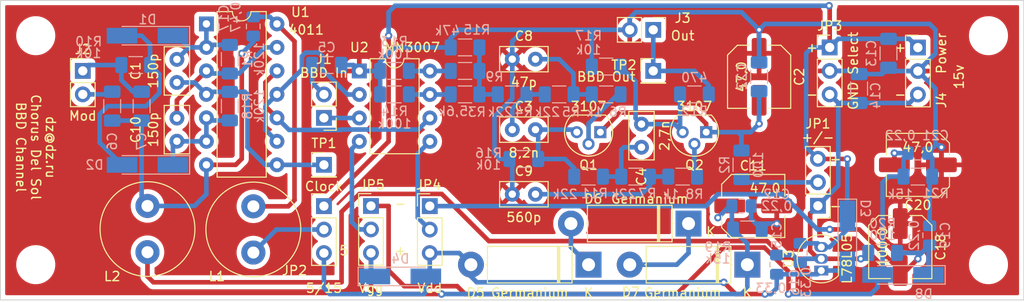
<source format=kicad_pcb>
(kicad_pcb (version 20211014) (generator pcbnew)
  (layers (0 "F.Cu" signal) (31 "B.Cu" signal) (34 "B.Paste" user) (35 "F.Paste" user) (36 "B.SilkS" user "B.Silkscreen") (37 "F.SilkS" user "F.Silkscreen") (38 "B.Mask" user) (39 "F.Mask" user) (44 "Edge.Cuts" user))
  (net 0 "")
  (net 1 "Net-(C1-Pad2)")
  (net 2 "GND")
  (net 3 "Net-(C2-Pad2)")
  (net 4 "Net-(C3-Pad1)")
  (net 5 "Net-(C3-Pad2)")
  (net 6 "Net-(C4-Pad1)")
  (net 7 "Net-(C4-Pad2)")
  (net 8 "Net-(C5-Pad1)")
  (net 9 "Net-(C6-Pad1)")
  (net 10 "GNDD")
  (net 11 "Net-(C7-Pad1)")
  (net 12 "Net-(C8-Pad2)")
  (net 13 "Net-(C9-Pad2)")
  (net 14 "Net-(C10-Pad1)")
  (net 15 "Net-(C10-Pad2)")
  (net 16 "Net-(C11-Pad1)")
  (net 17 "+15V")
  (net 18 "-15V")
  (net 19 "Net-(C16-Pad1)")
  (net 20 "Net-(C17-Pad1)")
  (net 21 "Net-(C18-Pad2)")
  (net 22 "Net-(C20-Pad2)")
  (net 23 "Net-(D1-Pad2)")
  (net 24 "Net-(D5-Pad1)")
  (net 25 "Net-(D6-Pad1)")
  (net 26 "Net-(J1-Pad1)")
  (net 27 "Net-(J3-Pad1)")
  (net 28 "Net-(JP1-Pad2)")
  (net 29 "Net-(JP2-Pad2)")
  (net 30 "/Vdd")
  (net 31 "/Vgg")
  (net 32 "Net-(Q1-Pad2)")
  (net 33 "Net-(Q2-Pad2)")
  (net 34 "Net-(R15-Pad2)")
  (net 35 "Net-(R14-Pad2)")
  (net 36 "Net-(R13-Pad2)")
  (net 37 "Net-(U1-Pad11)")
  (net 38 "Net-(U1-Pad10)")
  (net 39 "Net-(TP1-Pad1)")
  (footprint "Capacitor_THT:C_Disc_D5.0mm_W2.5mm_P2.50mm" (layer "F.Cu") (at 160.655 111.76 90)
    (fp_text reference "C4")
    (fp_text value "2,7n")
  )
  (footprint "Capacitor_THT:C_Disc_D5.0mm_W2.5mm_P2.50mm" (layer "F.Cu") (at 146.705 102.235)
    (fp_text reference "C8")
    (fp_text value "47p")
  )
  (footprint "MountingHole:MountingHole_3.2mm_M3" (layer "F.Cu") (at 198.12 124.46)
    (fp_text reference "H3" hide)
    (fp_text value "MountingHole" hide)
  )
  (footprint "Connector_PinHeader_2.54mm:PinHeader_1x03_P2.54mm_Vertical" (layer "F.Cu") (at 131.445 118.11)
    (fp_text reference "JP5")
    (fp_text value "Vgg")
  )
  (footprint "Package_TO_SOT_THT:TO-92" (layer "F.Cu") (at 167.64 110.13 180)
    (fp_text reference "Q2")
    (fp_text value "3107")
  )
  (footprint "Package_TO_SOT_THT:TO-92" (layer "F.Cu") (at 156.21 110.13 180)
    (fp_text reference "Q1")
    (fp_text value "3107")
  )
  (footprint "Capacitor_THT:C_Disc_D5.0mm_W2.5mm_P2.50mm" (layer "F.Cu") (at 110.49 111.105 90)
    (fp_text reference "C10")
    (fp_text value "150p")
  )
  (footprint "MountingHole:MountingHole_3.2mm_M3" (layer "F.Cu") (at 95.25 124.46)
    (fp_text reference "H2" hide)
    (fp_text value "MountingHole" hide)
  )
  (footprint "MountingHole:MountingHole_3.2mm_M3" (layer "F.Cu") (at 198.12 99.695)
    (fp_text reference "H4" hide)
    (fp_text value "MountingHole" hide)
  )
  (footprint "Connector_PinHeader_2.54mm:PinHeader_1x02_P2.54mm_Vertical" (layer "F.Cu") (at 100.33 103.5)
    (fp_text reference "J2")
    (fp_text value "Mod")
  )
  (footprint "Capacitor_SMD:C_Elec_6.3x5.8" (layer "F.Cu") (at 190.5 113.665 180)
    (fp_text reference "C20")
    (fp_text value "47,0")
  )
  (footprint "Capacitor_THT:C_Disc_D5.0mm_W2.5mm_P2.50mm" (layer "F.Cu") (at 146.705 116.84)
    (fp_text reference "C9")
    (fp_text value "560p")
  )
  (footprint "Diode_THT:D_5W_P12.70mm_Horizontal" (layer "F.Cu") (at 154.94 124.46 180)
    (fp_text reference "D5")
    (fp_text value "Germanium")
  )
  (footprint "Capacitor_SMD:C_Elec_6.3x5.8" (layer "F.Cu") (at 172.72 118.11)
    (fp_text reference "C11")
    (fp_text value "47,0")
  )
  (footprint "Inductor_THT:L_Radial_D10.0mm_P5.00mm_Fastron_07P" (layer "F.Cu") (at 118.745 118.15 -90)
    (fp_text reference "L1")
    (fp_text value "INDUCTOR")
  )
  (footprint "Capacitor_SMD:C_Elec_6.3x5.8" (layer "F.Cu") (at 173.355 104.14 -90)
    (fp_text reference "C2")
    (fp_text value "47,0")
  )
  (footprint "Connector_PinHeader_2.54mm:PinHeader_1x03_P2.54mm_Vertical" (layer "F.Cu") (at 137.795 118.125)
    (fp_text reference "JP4")
    (fp_text value "Vdd")
  )
  (footprint "Capacitor_SMD:C_Elec_6.3x5.8" (layer "F.Cu") (at 188.595 122.555 -90)
    (fp_text reference "C18")
    (fp_text value "100,0")
  )
  (footprint "Connector_PinHeader_2.54mm:PinHeader_1x01_P2.54mm_Vertical" (layer "F.Cu") (at 126.365 113.665)
    (fp_text reference "TP1")
    (fp_text value "Clock")
  )
  (footprint "MountingHole:MountingHole_3.2mm_M3" (layer "F.Cu") (at 95.25 99.695)
    (fp_text reference "H1" hide)
    (fp_text value "MountingHole" hide)
  )
  (footprint "Package_DIP:DIP-8_W7.62mm" (layer "F.Cu") (at 130.185 103.515)
    (fp_text reference "U2")
    (fp_text value "MN3007")
  )
  (footprint "Package_DIP:DIP-14_W7.62mm" (layer "F.Cu") (at 113.675 98.42)
    (fp_text reference "U1")
    (fp_text value "4011")
  )
  (footprint "Connector_PinHeader_2.54mm:PinHeader_1x02_P2.54mm_Vertical" (layer "F.Cu") (at 161.925 99.06 -90)
    (fp_text reference "J3")
    (fp_text value "Out")
  )
  (footprint "Diode_THT:D_5W_P12.70mm_Horizontal" (layer "F.Cu") (at 165.735 120.015 180)
    (fp_text reference "D6")
    (fp_text value "Germanium")
  )
  (footprint "Connector_PinHeader_2.54mm:PinHeader_1x03_P2.54mm_Vertical" (layer "F.Cu") (at 190.5 100.98)
    (fp_text reference "J4")
    (fp_text value "Power")
  )
  (footprint "Inductor_THT:L_Radial_D10.0mm_P5.00mm_Fastron_07P" (layer "F.Cu") (at 107.315 118.11 -90)
    (fp_text reference "L2")
    (fp_text value "INDUCTOR")
  )
  (footprint "Connector_PinHeader_2.54mm:PinHeader_1x01_P2.54mm_Vertical" (layer "F.Cu") (at 161.925 103.505)
    (fp_text reference "TP2")
    (fp_text value "BBD Out")
  )
  (footprint "Connector_PinHeader_2.54mm:PinHeader_1x02_P2.54mm_Vertical" (layer "F.Cu") (at 126.365 108.59 180)
    (fp_text reference "J1")
    (fp_text value "BBD In")
  )
  (footprint "Connector_PinHeader_2.54mm:PinHeader_1x03_P2.54mm_Vertical" (layer "F.Cu") (at 179.705 118.095 180)
    (fp_text reference "JP1")
    (fp_text value "+/-")
  )
  (footprint "Diode_THT:D_5W_P12.70mm_Horizontal" (layer "F.Cu") (at 172.085 124.46 180)
    (fp_text reference "D7")
    (fp_text value "Germanium")
  )
  (footprint "Connector_PinHeader_2.54mm:PinHeader_1x03_P2.54mm_Vertical" (layer "F.Cu") (at 126.365 118.125)
    (fp_text reference "JP2")
    (fp_text value "5/15")
  )
  (footprint "Connector_PinHeader_2.54mm:PinHeader_1x03_P2.54mm_Vertical" (layer "F.Cu") (at 180.975 100.965)
    (fp_text reference "JP3")
    (fp_text value "GND Select")
  )
  (footprint "Capacitor_THT:C_Disc_D5.0mm_W2.5mm_P2.50mm" (layer "F.Cu") (at 146.705 109.855)
    (fp_text reference "C3")
    (fp_text value "8,2n")
  )
  (footprint "Capacitor_THT:C_Disc_D5.0mm_W2.5mm_P2.50mm" (layer "F.Cu") (at 110.49 104.755 90)
    (fp_text reference "C1")
    (fp_text value "150p")
  )
  (footprint "Package_TO_SOT_THT:TO-92_Inline" (layer "F.Cu") (at 180.065 125.095 90)
    (fp_text reference "U3")
    (fp_text value "L78L05")
  )
  (footprint "Resistor_SMD:R_1206_3216Metric_Pad1.30x1.75mm_HandSolder" (layer "B.Cu") (at 146.685 106.045)
    (fp_text reference "R4")
    (fp_text value "22k")
  )
  (footprint "Diode_SMD:D_MiniMELF_Handsoldering" (layer "B.Cu") (at 182.88 121.92 -90)
    (fp_text reference "D3")
    (fp_text value "D")
  )
  (footprint "Capacitor_SMD:C_0805_2012Metric_Pad1.18x1.45mm_HandSolder" (layer "B.Cu") (at 190.5 112.395)
    (fp_text reference "C21")
    (fp_text value "0,22")
  )
  (footprint "Resistor_SMD:R_1206_3216Metric_Pad1.30x1.75mm_HandSolder" (layer "B.Cu") (at 133.985 103.505)
    (fp_text reference "R13")
    (fp_text value "100k")
  )
  (footprint "Resistor_SMD:R_1206_3216Metric_Pad1.30x1.75mm_HandSolder" (layer "B.Cu") (at 141.605 100.965)
    (fp_text reference "R15")
    (fp_text value "47k")
  )
  (footprint "Resistor_SMD:R_1206_3216Metric_Pad1.30x1.75mm_HandSolder" (layer "B.Cu") (at 166.37 106.045)
    (fp_text reference "R12")
    (fp_text value "470")
  )
  (footprint "Resistor_SMD:R_1206_3216Metric_Pad1.30x1.75mm_HandSolder" (layer "B.Cu") (at 186.69 123.19 180)
    (fp_text reference "R20")
    (fp_text value "100")
  )
  (footprint "Capacitor_SMD:C_0805_2012Metric_Pad1.18x1.45mm_HandSolder" (layer "B.Cu") (at 177.8 123.19 -90)
    (fp_text reference "C15")
    (fp_text value "0,33")
  )
  (footprint "Resistor_SMD:R_1206_3216Metric_Pad1.30x1.75mm_HandSolder" (layer "B.Cu") (at 147.955 113.03)
    (fp_text reference "R16")
    (fp_text value "10k")
  )
  (footprint "Resistor_SMD:R_1206_3216Metric_Pad1.30x1.75mm_HandSolder" (layer "B.Cu") (at 160.02 114.935)
    (fp_text reference "R7")
    (fp_text value "22k")
  )
  (footprint "Capacitor_SMD:C_1206_3216Metric_Pad1.33x1.80mm_HandSolder" (layer "B.Cu") (at 173.355 104.14 -90)
    (fp_text reference "C22")
    (fp_text value "0,1")
  )
  (footprint "Resistor_SMD:R_1206_3216Metric_Pad1.30x1.75mm_HandSolder" (layer "B.Cu") (at 116.205 107.315 90)
    (fp_text reference "R18")
    (fp_text value "120k")
  )
  (footprint "Resistor_SMD:R_1206_3216Metric_Pad1.30x1.75mm_HandSolder" (layer "B.Cu") (at 154.94 114.935)
    (fp_text reference "R11")
    (fp_text value "22k")
  )
  (footprint "Resistor_SMD:R_1206_3216Metric_Pad1.30x1.75mm_HandSolder" (layer "B.Cu") (at 165.1 114.935)
    (fp_text reference "R8")
    (fp_text value "1k")
  )
  (footprint "Resistor_SMD:R_1206_3216Metric_Pad1.30x1.75mm_HandSolder" (layer "B.Cu") (at 156.845 103.035)
    (fp_text reference "R17")
    (fp_text value "10k")
  )
  (footprint "Resistor_SMD:R_1206_3216Metric_Pad1.30x1.75mm_HandSolder" (layer "B.Cu") (at 116.205 102.235 -90)
    (fp_text reference "R1")
    (fp_text value "120k")
  )
  (footprint "Resistor_SMD:R_1206_3216Metric_Pad1.30x1.75mm_HandSolder" (layer "B.Cu") (at 172.085 120.65 180)
    (fp_text reference "R19")
    (fp_text value "15k")
  )
  (footprint "Resistor_SMD:R_1206_3216Metric_Pad1.30x1.75mm_HandSolder" (layer "B.Cu") (at 133.985 106.045)
    (fp_text reference "R14")
    (fp_text value "100k")
  )
  (footprint "Capacitor_SMD:C_1206_3216Metric_Pad1.33x1.80mm_HandSolder" (layer "B.Cu") (at 103.505 107.315 -90)
    (fp_text reference "C6")
    (fp_text value "0,1")
  )
  (footprint "Diode_SMD:D_MiniMELF_Handsoldering" (layer "B.Cu") (at 134.62 125.73)
    (fp_text reference "D4")
    (fp_text value "1n4148")
  )
  (footprint "Resistor_SMD:R_1206_3216Metric_Pad1.30x1.75mm_HandSolder" (layer "B.Cu") (at 156.845 106.045)
    (fp_text reference "R6")
    (fp_text value "1k")
  )
  (footprint "Resistor_SMD:R_1206_3216Metric_Pad1.30x1.75mm_HandSolder" (layer "B.Cu") (at 190.5 114.935)
    (fp_text reference "R21")
    (fp_text value "15k")
  )
  (footprint "Capacitor_SMD:C_0805_2012Metric_Pad1.18x1.45mm_HandSolder" (layer "B.Cu") (at 118.735 98.695 -90)
    (fp_text reference "C17")
    (fp_text value "0,47")
  )
  (footprint "Capacitor_SMD:C_0805_2012Metric_Pad1.18x1.45mm_HandSolder" (layer "B.Cu") (at 191.77 121.285 90)
    (fp_text reference "C19")
    (fp_text value "0,22")
  )
  (footprint "Resistor_SMD:R_1206_3216Metric_Pad1.30x1.75mm_HandSolder" (layer "B.Cu") (at 171.45 113.665 -90)
    (fp_text reference "R2")
    (fp_text value "100")
  )
  (footprint "Capacitor_SMD:C_1206_3216Metric_Pad1.33x1.80mm_HandSolder" (layer "B.Cu") (at 184.15 105.41 -90)
    (fp_text reference "C14")
    (fp_text value "0,1")
  )
  (footprint "Diode_SMD:D_MiniMELF_Handsoldering" (layer "B.Cu") (at 188.895 125.565 180)
    (fp_text reference "D8")
    (fp_text value "D")
  )
  (footprint "Capacitor_SMD:C_1206_3216Metric_Pad1.33x1.80mm_HandSolder" (layer "B.Cu") (at 106.68 107.315 -90)
    (fp_text reference "C7")
    (fp_text value "0,1")
  )
  (footprint "Capacitor_SMD:C_1206_3216Metric_Pad1.33x1.80mm_HandSolder" (layer "B.Cu") (at 126.6575 102.87)
    (fp_text reference "C5")
    (fp_text value "0,1")
  )
  (footprint "Resistor_SMD:R_1206_3216Metric_Pad1.30x1.75mm_HandSolder" (layer "B.Cu") (at 141.605 103.505 180)
    (fp_text reference "R9")
    (fp_text value "5,6k")
  )
  (footprint "Resistor_SMD:R_1206_3216Metric_Pad1.30x1.75mm_HandSolder" (layer "B.Cu") (at 106.045 102.87)
    (fp_text reference "R10")
    (fp_text value "10k")
  )
  (footprint "Resistor_SMD:R_1206_3216Metric_Pad1.30x1.75mm_HandSolder" (layer "B.Cu") (at 141.605 106.045 180)
    (fp_text reference "R3")
    (fp_text value "5,6k")
  )
  (footprint "Diode_SMD:D_MiniMELF_Handsoldering" (layer "B.Cu") (at 107.315 113.665 180)
    (fp_text reference "D2")
    (fp_text value "D")
  )
  (footprint "Capacitor_SMD:C_0805_2012Metric_Pad1.18x1.45mm_HandSolder" (layer "B.Cu") (at 171.45 118.11 180)
    (fp_text reference "C12")
    (fp_text value "0,22")
  )
  (footprint "Resistor_SMD:R_1206_3216Metric_Pad1.30x1.75mm_HandSolder" (layer "B.Cu") (at 151.765 106.045)
    (fp_text reference "R5")
    (fp_text value "22k")
  )
  (footprint "Capacitor_SMD:C_1206_3216Metric_Pad1.33x1.80mm_HandSolder" (layer "B.Cu") (at 187.325 101.6 -90)
    (fp_text reference "C13")
    (fp_text value "0,1")
  )
  (footprint "Capacitor_SMD:C_0805_2012Metric_Pad1.18x1.45mm_HandSolder" (layer "B.Cu") (at 175.26 124.46 90)
    (fp_text reference "C16")
    (fp_text value "0,33")
  )
  (footprint "Diode_SMD:D_MiniMELF_Handsoldering" (layer "B.Cu") (at 107.315 99.695 180)
    (fp_text reference "D1")
    (fp_text value "D")
  )
  (gr_rect (start 91.44 128.27) (end 201.93 95.885) (layer "Edge.Cuts") (width 0.1) (fill none))
  (gr_text "15v" (at 194.945 104.14 90) (layer "F.SilkS") (effects (font (size 1 1))))
  (gr_text "-" (at 188.595 106.045) (layer "F.SilkS") (effects (font (size 1 1))))
  (gr_text "+" (at 188.595 100.965) (layer "F.SilkS") (effects (font (size 1 1)) (justify mirror)))
  (gr_text "5" (at 128.524 122.936) (layer "F.SilkS") (effects (font (size 1 1))))
  (gr_text "+" (at 179.07 100.965) (layer "F.SilkS") (effects (font (size 1 1)) (justify mirror)))
  (gr_text "-" (at 179.07 106.045) (layer "F.SilkS") (effects (font (size 1 1))))
  (gr_text "-" (at 181.61 118.11) (layer "F.SilkS") (effects (font (size 1 1))))
  (gr_text "dz@dz.ru\nChorus Del Sol\nBBD Channel" (at 95.25 111.76 270) (layer "F.SilkS") (effects (font (size 1 1))))
  (gr_text "-" (at 134.62 117.856) (layer "F.SilkS") (effects (font (size 1 1))))
  (gr_text "+" (at 134.62 122.936) (layer "F.SilkS") (effects (font (size 1 1))))
  (gr_text "+" (at 181.61 113.03) (layer "F.SilkS") (effects (font (size 1 1)) (justify mirror)))
  (segment (start 110.065 99.695) (end 110.52 99.695) (width 0.5) (layer "B.Cu") (net 1))
  (segment (start 113.675 100.96) (end 111.785 100.96) (width 0.5) (layer "B.Cu") (net 1))
  (segment (start 116.205 100.685) (end 113.95 100.685) (width 0.5) (layer "B.Cu") (net 1))
  (segment (start 113.675 98.42) (end 113.675 100.96) (width 0.5) (layer "B.Cu") (net 1))
  (segment (start 110.52 99.695) (end 111.785 100.96) (width 0.5) (layer "B.Cu") (net 1))
  (segment (start 111.785 100.96) (end 110.49 102.255) (width 0.5) (layer "B.Cu") (net 1))
  (segment (start 113.95 100.685) (end 113.675 100.96) (width 0.5) (layer "B.Cu") (net 1))
  (segment (start 179.336522 111.545) (end 192.825 111.545) (width 0.5) (layer "F.Cu") (net 2))
  (segment (start 193.04 111.76) (end 193.04 113.6625) (width 0.5) (layer "F.Cu") (net 2))
  (segment (start 188.595 120.0175) (end 193.0375 115.575) (width 0.5) (layer "F.Cu") (net 2))
  (segment (start 175.2575 118.11) (end 175.2575 120.0125) (width 0.5) (layer "F.Cu") (net 2))
  (segment (start 173.355 101.6025) (end 173.355 99.06) (width 0.5) (layer "F.Cu") (net 2))
  (segment (start 192.825 111.545) (end 193.04 111.76) (width 0.5) (layer "F.Cu") (net 2))
  (segment (start 193.04 113.6625) (end 193.0375 113.665) (width 0.5) (layer "F.Cu") (net 2))
  (segment (start 193.0375 115.575) (end 193.0375 113.665) (width 0.5) (layer "F.Cu") (net 2))
  (segment (start 175.2575 115.624022) (end 179.336522 111.545) (width 0.5) (layer "F.Cu") (net 2))
  (segment (start 175.2575 120.0125) (end 175.26 120.015) (width 0.5) (layer "F.Cu") (net 2))
  (segment (start 175.2575 118.11) (end 175.2575 115.624022) (width 0.5) (layer "F.Cu") (net 2))
  (via (at 173.355 99.06) (size 0.8) (drill 0.4) (layers "F.Cu" "B.Cu") (net 2))
  (via (at 175.26 120.015) (size 0.8) (drill 0.4) (layers "F.Cu" "B.Cu") (net 2))
  (via (at 193.04 111.76) (size 0.8) (drill 0.4) (layers "F.Cu" "B.Cu") (net 2))
  (segment (start 192.05 112.9075) (end 191.5375 112.395) (width 0.5) (layer "B.Cu") (net 2))
  (segment (start 175.26 120.015) (end 174.27 120.015) (width 0.5) (layer "B.Cu") (net 2))
  (segment (start 145.415 113.03) (end 146.405 113.03) (width 0.5) (layer "B.Cu") (net 2))
  (segment (start 146.705 106.489949) (end 144.78 108.414949) (width 0.5) (layer "B.Cu") (net 2))
  (segment (start 173.355 99.06) (end 173.355 102.5775) (width 0.5) (layer "B.Cu") (net 2))
  (segment (start 146.705 116.84) (end 146.705 113.33) (width 0.5) (layer "B.Cu") (net 2))
  (segment (start 192.405 99.06) (end 191.77 98.425) (width 0.5) (layer "B.Cu") (net 2))
  (segment (start 159.385 99.06) (end 155.575 99.06) (width 0.5) (layer "B.Cu") (net 2))
  (segment (start 148.59 99.06) (end 147.955 99.06) (width 0.5) (layer "B.Cu") (net 2))
  (segment (start 192.405 101.615) (end 192.405 99.06) (width 0.5) (layer "B.Cu") (net 2))
  (segment (start 140.97 99.06) (end 148.59 99.06) (width 0.5) (layer "B.Cu") (net 2))
  (segment (start 187.6825 103.52) (end 187.325 103.1625) (width 0.5) (layer "B.Cu") (net 2))
  (segment (start 160.02 97.155) (end 171.45 97.155) (width 0.5) (layer "B.Cu") (net 2))
  (segment (start 128.22 102.87) (end 129.54 102.87) (width 0.5) (layer "B.Cu") (net 2))
  (segment (start 183.8075 103.505) (end 184.15 103.8475) (width 0.5) (layer "B.Cu") (net 2))
  (segment (start 172.4875 119.5025) (end 173.635 120.65) (width 0.5) (layer "B.Cu") (net 2))
  (segment (start 186.64 103.8475) (end 187.325 103.1625) (width 0.5) (layer "B.Cu") (net 2))
  (segment (start 191.77 120.2475) (end 191.77 115.215) (width 0.5) (layer "B.Cu") (net 2))
  (segment (start 132.435 106.045) (end 132.435 103.505) (width 0.5) (layer "B.Cu") (net 2))
  (segment (start 144.78 112.395) (end 145.415 113.03) (width 0.5) (layer "B.Cu") (net 2))
  (segment (start 159.385 99.06) (end 159.385 97.79) (width 0.5) (layer "B.Cu") (net 2))
  (segment (start 144.78 108.414949) (end 144.78 112.395) (width 0.5) (layer "B.Cu") (net 2))
  (segment (start 192.405 105.425) (end 192.405 111.5275) (width 0.5) (layer "B.Cu") (net 2))
  (segment (start 192.8075 111.5275) (end 193.04 111.76) (width 0.5) (layer "B.Cu") (net 2))
  (segment (start 140.055 100.965) (end 140.055 99.975) (width 0.5) (layer "B.Cu") (net 2))
  (segment (start 190.5 103.52) (end 187.6825 103.52) (width 0.5) (layer "B.Cu") (net 2))
  (segment (start 133.985 100.965) (end 132.435 102.515) (width 0.5) (layer "B.Cu") (net 2))
  (segment (start 192.405 111.5275) (end 192.8075 111.5275) (width 0.5) (layer "B.Cu") (net 2))
  (segment (start 132.435 102.515) (end 132.435 103.505) (width 0.5) (layer "B.Cu") (net 2))
  (segment (start 190.5 103.52) (end 192.405 101.615) (width 0.5) (layer "B.Cu") (net 2))
  (segment (start 140.055 100.965) (end 133.985 100.965) (width 0.5) (layer "B.Cu") (net 2))
  (segment (start 159.385 97.79) (end 160.02 97.155) (width 0.5) (layer "B.Cu") (net 2))
  (segment (start 192.05 114.935) (end 192.05 112.9075) (width 0.5) (layer "B.Cu") (net 2))
  (segment (start 147.955 99.06) (end 146.705 100.31) (width 0.5) (layer "B.Cu") (net 2))
  (segment (start 191.77 98.425) (end 173.99 98.425) (width 0.5) (layer "B.Cu") (net 2))
  (segment (start 155.295 103.035) (end 155.295 99.34) (width 0.5) (layer "B.Cu") (net 2))
  (segment (start 172.4875 118.11) (end 172.4875 119.5025) (width 0.5) (layer "B.Cu") (net 2))
  (segment (start 191.77 115.215) (end 192.05 114.935) (width 0.5) (layer "B.Cu") (net 2))
  (segment (start 192.405 111.5275) (end 191.5375 112.395) (width 0.5) (layer "B.Cu") (net 2))
  (segment (start 171.45 97.155) (end 173.355 99.06) (width 0.5) (layer "B.Cu") (net 2))
  (segment (start 146.705 113.33) (end 146.405 113.03) (width 0.5) (layer "B.Cu") (net 2))
  (segment (start 146.705 100.31) (end 146.705 102.235) (width 0.5) (layer "B.Cu") (net 2))
  (segment (start 174.27 120.015) (end 173.635 120.65) (width 0.5) (layer "B.Cu") (net 2))
  (segment (start 155.295 99.34) (end 155.575 99.06) (width 0.5) (layer "B.Cu") (net 2))
  (segment (start 140.055 99.975) (end 140.97 99.06) (width 0.5) (layer "B.Cu") (net 2))
  (segment (start 146.705 102.235) (end 146.705 106.489949) (width 0.5) (layer "B.Cu") (net 2))
  (segment (start 130.185 103.515) (end 132.425 103.515) (width 0.5) (layer "B.Cu") (net 2))
  (segment (start 180.975 103.505) (end 183.8075 103.505) (width 0.5) (layer "B.Cu") (net 2))
  (segment (start 155.575 99.06) (end 148.59 99.06) (width 0.5) (layer "B.Cu") (net 2))
  (segment (start 190.5 103.52) (end 192.405 105.425) (width 0.5) (layer "B.Cu") (net 2))
  (segment (start 184.15 103.8475) (end 186.64 103.8475) (width 0.5) (layer "B.Cu") (net 2))
  (segment (start 132.425 103.515) (end 132.435 103.505) (width 0.5) (layer "B.Cu") (net 2))
  (segment (start 129.54 102.87) (end 130.185 103.515) (width 0.5) (layer "B.Cu") (net 2))
  (segment (start 173.99 98.425) (end 173.355 99.06) (width 0.5) (layer "B.Cu") (net 2))
  (segment (start 166.43 108.01) (end 167.64 109.22) (width 0.5) (layer "F.Cu") (net 3))
  (segment (start 167.64 109.22) (end 167.64 110.13) (width 0.5) (layer "F.Cu") (net 3))
  (segment (start 156.21 110.13) (end 158.33 108.01) (width 0.5) (layer "F.Cu") (net 3))
  (segment (start 173.355 106.6775) (end 173.355 109.22) (width 0.5) (layer "F.Cu") (net 3))
  (segment (start 158.33 108.01) (end 166.43 108.01) (width 0.5) (layer "F.Cu") (net 3))
  (via (at 173.355 109.22) (size 0.8) (drill 0.4) (layers "F.Cu" "B.Cu") (net 3))
  (segment (start 167.64 110.13) (end 171.09 110.13) (width 0.5) (layer "B.Cu") (net 3))
  (segment (start 172.445 110.13) (end 171.09 110.13) (width 0.5) (layer "B.Cu") (net 3))
  (segment (start 171.09 110.13) (end 171.45 110.49) (width 0.5) (layer "B.Cu") (net 3))
  (segment (start 173.355 105.7025) (end 173.355 109.22) (width 0.5) (layer "B.Cu") (net 3))
  (segment (start 171.45 110.49) (end 171.45 112.115) (width 0.5) (layer "B.Cu") (net 3))
  (segment (start 173.355 109.22) (end 172.445 110.13) (width 0.5) (layer "B.Cu") (net 3))
  (segment (start 150.215 106.045) (end 148.235 106.045) (width 0.5) (layer "B.Cu") (net 4))
  (segment (start 146.705 107.575) (end 148.235 106.045) (width 0.5) (layer "B.Cu") (net 4))
  (segment (start 146.705 109.855) (end 146.705 107.575) (width 0.5) (layer "B.Cu") (net 4))
  (segment (start 149.505 113.03) (end 149.505 110.155) (width 0.5) (layer "B.Cu") (net 5))
  (segment (start 153.39 114.02) (end 153.39 114.935) (width 0.5) (layer "B.Cu") (net 5))
  (segment (start 153.395 109.855) (end 153.67 110.13) (width 0.5) (layer "B.Cu") (net 5))
  (segment (start 149.505 113.03) (end 152.4 113.03) (width 0.5) (layer "B.Cu") (net 5))
  (segment (start 149.505 110.155) (end 149.205 109.855) (width 0.5) (layer "B.Cu") (net 5))
  (segment (start 152.4 113.03) (end 153.39 114.02) (width 0.5) (layer "B.Cu") (net 5))
  (segment (start 149.205 109.855) (end 153.395 109.855) (width 0.5) (layer "B.Cu") (net 5))
  (segment (start 158.75 111.76) (end 160.655 111.76) (width 0.5) (layer "B.Cu") (net 6))
  (segment (start 158.47 112.04) (end 158.75 111.76) (width 0.5) (layer "B.Cu") (net 6))
  (segment (start 158.47 114.935) (end 158.47 112.04) (width 0.5) (layer "B.Cu") (net 6))
  (segment (start 156.49 114.935) (end 158.47 114.935) (width 0.5) (layer "B.Cu") (net 6))
  (segment (start 164.82 106.045) (end 164.82 109.85) (width 0.5) (layer "B.Cu") (net 7))
  (segment (start 164.23 109.26) (end 165.1 110.13) (width 0.5) (layer "B.Cu") (net 7))
  (segment (start 160.02 104.66) (end 160.02 108.625) (width 0.5) (layer "B.Cu") (net 7))
  (segment (start 160.655 109.26) (end 164.23 109.26) (width 0.5) (layer "B.Cu") (net 7))
  (segment (start 158.395 103.035) (end 160.02 104.66) (width 0.5) (layer "B.Cu") (net 7))
  (segment (start 164.82 109.85) (end 165.1 110.13) (width 0.5) (layer "B.Cu") (net 7))
  (segment (start 160.02 108.625) (end 160.655 109.26) (width 0.5) (layer "B.Cu") (net 7))
  (segment (start 125.095 104.78) (end 126.365 106.05) (width 0.5) (layer "B.Cu") (net 8))
  (segment (start 125.095 102.87) (end 125.095 104.78) (width 0.5) (layer "B.Cu") (net 8))
  (segment (start 100.33 106.04) (end 103.2175 106.04) (width 0.5) (layer "B.Cu") (net 9))
  (segment (start 103.2175 106.04) (end 103.505 105.7525) (width 0.5) (layer "B.Cu") (net 9))
  (segment (start 116.845 113.66) (end 113.675 113.66) (width 0.5) (layer "F.Cu") (net 10))
  (segment (start 117.49385 101.615051) (end 117.49385 113.01115) (width 0.5) (layer "F.Cu") (net 10))
  (segment (start 117.49385 113.01115) (end 116.845 113.66) (width 0.5) (layer "F.Cu") (net 10))
  (via (at 117.49385 101.615051) (size 0.8) (drill 0.4) (layers "F.Cu" "B.Cu") (net 10))
  (segment (start 107.315 118.11) (end 112.395 118.11) (width 0.5) (layer "B.Cu") (net 10))
  (segment (start 103.505 108.8775) (end 106.68 108.8775) (width 0.5) (layer "B.Cu") (net 10))
  (segment (start 112.395 118.11) (end 113.675 116.83) (width 0.5) (layer "B.Cu") (net 10))
  (segment (start 106.68 108.8775) (end 106.68 117.475) (width 0.5) (layer "B.Cu") (net 10))
  (segment (start 113.675 116.83) (end 113.675 113.66) (width 0.5) (layer "B.Cu") (net 10))
  (segment (start 106.68 117.475) (end 107.315 118.11) (width 0.5) (layer "B.Cu") (net 10))
  (segment (start 118.735 99.7325) (end 118.735 100.373901) (width 0.5) (layer "B.Cu") (net 10))
  (segment (start 118.735 100.373901) (end 117.49385 101.615051) (width 0.5) (layer "B.Cu") (net 10))
  (segment (start 104.495 102.87) (end 104.495 104.495) (width 0.5) (layer "B.Cu") (net 11))
  (segment (start 105.7525 105.7525) (end 106.68 105.7525) (width 0.5) (layer "B.Cu") (net 11))
  (segment (start 104.495 102.87) (end 100.96 102.87) (width 0.5) (layer "B.Cu") (net 11))
  (segment (start 100.96 102.87) (end 100.33 103.5) (width 0.5) (layer "B.Cu") (net 11))
  (segment (start 104.495 104.495) (end 105.7525 105.7525) (width 0.5) (layer "B.Cu") (net 11))
  (segment (start 153.315 103.785) (end 153.315 106.045) (width 0.5) (layer "B.Cu") (net 12))
  (segment (start 149.205 102.235) (end 151.765 102.235) (width 0.5) (layer "B.Cu") (net 12))
  (segment (start 155.295 106.045) (end 153.315 106.045) (width 0.5) (layer "B.Cu") (net 12))
  (segment (start 151.765 102.235) (end 153.315 103.785) (width 0.5) (layer "B.Cu") (net 12))
  (segment (start 161.57 115.925) (end 161.57 114.935) (width 0.5) (layer "B.Cu") (net 13))
  (segment (start 160.655 116.84) (end 161.57 115.925) (width 0.5) (layer "B.Cu") (net 13))
  (segment (start 149.205 116.84) (end 160.655 116.84) (width 0.5) (layer "B.Cu") (net 13))
  (segment (start 161.57 114.935) (end 163.55 114.935) (width 0.5) (layer "B.Cu") (net 13))
  (segment (start 113.675 111.12) (end 113.675 108.58) (width 0.5) (layer "B.Cu") (net 14))
  (segment (start 116.205 108.865) (end 113.96 108.865) (width 0.5) (layer "B.Cu") (net 14))
  (segment (start 113.96 108.865) (end 113.675 108.58) (width 0.5) (layer "B.Cu") (net 14))
  (segment (start 110.065 111.53) (end 110.49 111.105) (width 0.5) (layer "B.Cu") (net 14))
  (segment (start 110.065 113.665) (end 110.065 111.53) (width 0.5) (layer "B.Cu") (net 14))
  (segment (start 110.505 111.12) (end 110.49 111.105) (width 0.5) (layer "B.Cu") (net 14))
  (segment (start 113.675 111.12) (end 110.505 111.12) (width 0.5) (layer "B.Cu") (net 14))
  (segment (start 110.49 106.685) (end 113.675 103.5) (width 0.5) (layer "F.Cu") (net 15))
  (segment (start 110.49 108.605) (end 110.49 106.685) (width 0.5) (layer "F.Cu") (net 15))
  (segment (start 113.96 103.785) (end 113.675 103.5) (width 0.5) (layer "B.Cu") (net 15))
  (segment (start 117.195 103.785) (end 116.205 103.785) (width 0.5) (layer "B.Cu") (net 15))
  (segment (start 120.02 100.96) (end 117.195 103.785) (width 0.5) (layer "B.Cu") (net 15))
  (segment (start 121.295 100.96) (end 120.02 100.96) (width 0.5) (layer "B.Cu") (net 15))
  (segment (start 116.205 103.785) (end 113.96 103.785) (width 0.5) (layer "B.Cu") (net 15))
  (segment (start 170.1825 118.11) (end 170.18 118.11) (width 0.5) (layer "F.Cu") (net 16))
  (segment (start 131.445 127) (end 132.08 127.635) (width 0.5) (layer "F.Cu") (net 16))
  (segment (start 132.08 127.635) (end 139.065 127.635) (width 0.5) (layer "F.Cu") (net 16))
  (segment (start 170.18 118.11) (end 168.91 119.38) (width 0.5) (layer "F.Cu") (net 16))
  (segment (start 131.445 123.19) (end 131.445 127) (width 0.5) (layer "F.Cu") (net 16))
  (via (at 139.065 127.635) (size 0.8) (drill 0.4) (layers "F.Cu" "B.Cu") (net 16))
  (via (at 168.91 119.38) (size 0.8) (drill 0.4) (layers "F.Cu" "B.Cu") (net 16))
  (segment (start 170.4125 118.11) (end 170.4125 120.5275) (width 0.5) (layer "B.Cu") (net 16))
  (segment (start 170.18 118.11) (end 168.91 119.38) (width 0.5) (layer "B.Cu") (net 16))
  (segment (start 131.445 125.305) (end 131.87 125.73) (width 0.5) (layer "B.Cu") (net 16))
  (segment (start 139.065 127.635) (end 171.45 127.635) (width 0.5) (layer "B.Cu") (net 16))
  (segment (start 172.085 122.2) (end 170.535 120.65) (width 0.5) (layer "B.Cu") (net 16))
  (segment (start 171.45 127.635) (end 172.085 127) (width 0.5) (layer "B.Cu") (net 16))
  (segment (start 172.085 127) (end 172.085 124.46) (width 0.5) (layer "B.Cu") (net 16))
  (segment (start 170.4125 120.5275) (end 170.535 120.65) (width 0.5) (layer "B.Cu") (net 16))
  (segment (start 131.445 123.19) (end 131.445 125.305) (width 0.5) (layer "B.Cu") (net 16))
  (segment (start 172.085 124.46) (end 172.085 122.2) (width 0.5) (layer "B.Cu") (net 16))
  (segment (start 170.4125 118.11) (end 170.18 118.11) (width 0.5) (layer "B.Cu") (net 16))
  (segment (start 133.35 111.14) (end 133.35 99.695) (width 0.5) (layer "F.Cu") (net 17))
  (segment (start 179.72 113.03) (end 179.705 113.015) (width 0.5) (layer "F.Cu") (net 17))
  (segment (start 180.975 100.965) (end 180.975 96.52) (width 0.5) (layer "F.Cu") (net 17))
  (segment (start 182.88 113.03) (end 179.72 113.03) (width 0.5) (layer "F.Cu") (net 17))
  (segment (start 126.365 118.125) (end 133.35 111.14) (width 0.5) (layer "F.Cu") (net 17))
  (segment (start 180.975 96.52) (end 180.91 96.455) (width 0.5) (layer "F.Cu") (net 17))
  (via (at 133.35 99.695) (size 0.8) (drill 0.4) (layers "F.Cu" "B.Cu") (net 17))
  (via (at 180.91 96.455) (size 0.8) (drill 0.4) (layers "F.Cu" "B.Cu") (net 17))
  (via (at 182.88 113.03) (size 0.8) (drill 0.4) (layers "F.Cu" "B.Cu") (net 17))
  (segment (start 179.705 113.015) (end 178.435 111.745) (width 0.5) (layer "B.Cu") (net 17))
  (segment (start 182.88 120.65) (end 182.88 119.17) (width 0.5) (layer "B.Cu") (net 17))
  (segment (start 180.975 122.555) (end 182.88 120.65) (width 0.5) (layer "B.Cu") (net 17))
  (segment (start 187.325 100.0375) (end 181.9025 100.0375) (width 0.5) (layer "B.Cu") (net 17))
  (segment (start 179.07 100.965) (end 180.975 100.965) (width 0.5) (layer "B.Cu") (net 17))
  (segment (start 133.35 99.695) (end 133.35 97.155) (width 0.5) (layer "B.Cu") (net 17))
  (segment (start 182.88 119.17) (end 182.88 113.03) (width 0.5) (layer "B.Cu") (net 17))
  (segment (start 179.6625 122.1525) (end 180.065 122.555) (width 0.5) (layer "B.Cu") (net 17))
  (segment (start 134.05 96.455) (end 180.91 96.455) (width 0.5) (layer "B.Cu") (net 17))
  (segment (start 181.9025 100.0375) (end 180.975 100.965) (width 0.5) (layer "B.Cu") (net 17))
  (segment (start 187.325 100.0375) (end 189.5575 100.0375) (width 0.5) (layer "B.Cu") (net 17))
  (segment (start 133.35 97.155) (end 134.05 96.455) (width 0.5) (layer "B.Cu") (net 17))
  (segment (start 178.435 111.745) (end 178.435 101.6) (width 0.5) (layer "B.Cu") (net 17))
  (segment (start 180.065 122.555) (end 180.975 122.555) (width 0.5) (layer "B.Cu") (net 17))
  (segment (start 177.8 122.1525) (end 179.6625 122.1525) (width 0.5) (layer "B.Cu") (net 17))
  (segment (start 189.5575 100.0375) (end 190.5 100.98) (width 0.5) (layer "B.Cu") (net 17))
  (segment (start 178.435 101.6) (end 179.07 100.965) (width 0.5) (layer "B.Cu") (net 17))
  (segment (start 107.315 125.73) (end 107.315 123.11) (width 0.5) (layer "F.Cu") (net 18))
  (segment (start 180.065 123.825) (end 184.329502 123.825) (width 0.5) (layer "F.Cu") (net 18))
  (segment (start 178.865 118.935) (end 179.705 118.095) (width 0.5) (layer "F.Cu") (net 18))
  (segment (start 128.27 126.365) (end 107.95 126.365) (width 0.5) (layer "F.Cu") (net 18))
  (segment (start 178.865 122.958858) (end 178.865 118.935) (width 0.5) (layer "F.Cu") (net 18))
  (segment (start 130.205 116.81) (end 128.27 118.745) (width 0.5) (layer "F.Cu") (net 18))
  (segment (start 179.731142 123.825) (end 178.865 122.958858) (width 0.5) (layer "F.Cu") (net 18))
  (segment (start 128.27 118.745) (end 128.27 126.365) (width 0.5) (layer "F.Cu") (net 18))
  (segment (start 176.13995 123.825) (end 174.224949 121.91) (width 0.5) (layer "F.Cu") (net 18))
  (segment (start 139.08 116.81) (end 130.205 116.81) (width 0.5) (layer "F.Cu") (net 18))
  (segment (start 107.95 126.365) (end 107.315 125.73) (width 0.5) (layer "F.Cu") (net 18))
  (segment (start 180.065 123.825) (end 176.13995 123.825) (width 0.5) (layer "F.Cu") (net 18))
  (segment (start 144.18 121.91) (end 139.08 116.81) (width 0.5) (layer "F.Cu") (net 18))
  (segment (start 180.065 123.825) (end 179.731142 123.825) (width 0.5) (layer "F.Cu") (net 18))
  (segment (start 174.224949 121.91) (end 144.18 121.91) (width 0.5) (layer "F.Cu") (net 18))
  (via (at 184.329502 123.825) (size 0.8) (drill 0.4) (layers "F.Cu" "B.Cu") (net 18))
  (segment (start 184.329502 123.825) (end 184.505 123.825) (width 0.5) (layer "B.Cu") (net 18))
  (segment (start 179.705 118.095) (end 181.9025 115.8975) (width 0.5) (layer "B.Cu") (net 18))
  (segment (start 178.2025 123.825) (end 177.8 124.2275) (width 0.5) (layer "B.Cu") (net 18))
  (segment (start 181.9025 106.9725) (end 180.975 106.045) (width 0.5) (layer "B.Cu") (net 18))
  (segment (start 180.065 123.825) (end 178.2025 123.825) (width 0.5) (layer "B.Cu") (net 18))
  (segment (start 189.5875 106.9725) (end 190.5 106.06) (width 0.5) (layer "B.Cu") (net 18))
  (segment (start 184.15 106.9725) (end 181.9025 106.9725) (width 0.5) (layer "B.Cu") (net 18))
  (segment (start 181.9025 115.8975) (end 181.9025 106.9725) (width 0.5) (layer "B.Cu") (net 18))
  (segment (start 175.26 123.4225) (end 176.995 123.4225) (width 0.5) (layer "B.Cu") (net 18))
  (segment (start 176.995 123.4225) (end 177.8 124.2275) (width 0.5) (layer "B.Cu") (net 18))
  (segment (start 184.15 106.9725) (end 189.5875 106.9725) (width 0.5) (layer "B.Cu") (net 18))
  (segment (start 184.505 123.825) (end 185.14 123.19) (width 0.5) (layer "B.Cu") (net 18))
  (segment (start 170.815 127.635) (end 169.545 126.365) (width 0.5) (layer "F.Cu") (net 19))
  (segment (start 173.99 127.635) (end 170.815 127.635) (width 0.5) (layer "F.Cu") (net 19))
  (via (at 173.99 127.635) (size 0.8) (drill 0.4) (layers "F.Cu" "B.Cu") (net 19))
  (via (at 169.545 126.365) (size 0.8) (drill 0.4) (layers "F.Cu" "B.Cu") (net 19))
  (segment (start 126.365 127) (end 127 127.635) (width 0.5) (layer "B.Cu") (net 19))
  (segment (start 175.26 125.4975) (end 179.6625 125.4975) (width 0.5) (layer "B.Cu") (net 19))
  (segment (start 174.625 127.635) (end 173.99 127.635) (width 0.5) (layer "B.Cu") (net 19))
  (segment (start 175.26 127) (end 174.625 127.635) (width 0.5) (layer "B.Cu") (net 19))
  (segment (start 137.795 123.205) (end 137.795 125.305) (width 0.5) (layer "B.Cu") (net 19))
  (segment (start 137.16 127.635) (end 137.37 127.425) (width 0.5) (layer "B.Cu") (net 19))
  (segment (start 175.26 125.4975) (end 175.26 127) (width 0.5) (layer "B.Cu") (net 19))
  (segment (start 179.6625 125.4975) (end 180.065 125.095) (width 0.5) (layer "B.Cu") (net 19))
  (segment (start 140.985 123.205) (end 142.24 124.46) (width 0.5) (layer "B.Cu") (net 19))
  (segment (start 126.365 123.205) (end 126.365 127) (width 0.5) (layer "B.Cu") (net 19))
  (segment (start 182.455 125.095) (end 182.88 124.67) (width 0.5) (layer "B.Cu") (net 19))
  (segment (start 180.065 125.095) (end 182.455 125.095) (width 0.5) (layer "B.Cu") (net 19))
  (segment (start 142.875 126.365) (end 142.24 125.73) (width 0.5) (layer "B.Cu") (net 19))
  (segment (start 169.545 126.365) (end 142.875 126.365) (width 0.5) (layer "B.Cu") (net 19))
  (segment (start 142.24 125.73) (end 142.24 124.46) (width 0.5) (layer "B.Cu") (net 19))
  (segment (start 127 127.635) (end 137.16 127.635) (width 0.5) (layer "B.Cu") (net 19))
  (segment (start 137.795 125.305) (end 137.37 125.73) (width 0.5) (layer "B.Cu") (net 19))
  (segment (start 137.795 123.205) (end 140.985 123.205) (width 0.5) (layer "B.Cu") (net 19))
  (segment (start 137.37 127.425) (end 137.37 125.73) (width 0.5) (layer "B.Cu") (net 19))
  (segment (start 123.19 117.475) (end 122.515 118.15) (width 0.5) (layer "F.Cu") (net 20))
  (segment (start 121.295 98.42) (end 123.19 100.315) (width 0.5) (layer "F.Cu") (net 20))
  (segment (start 123.19 100.315) (end 123.19 117.475) (width 0.5) (layer "F.Cu") (net 20))
  (segment (start 122.515 118.15) (end 118.745 118.15) (width 0.5) (layer "F.Cu") (net 20))
  (segment (start 118.735 97.6575) (end 120.5325 97.6575) (width 0.5) (layer "B.Cu") (net 20))
  (segment (start 120.5325 97.6575) (end 121.295 98.42) (width 0.5) (layer "B.Cu") (net 20))
  (segment (start 188.595 125.0925) (end 189.2325 125.0925) (width 0.5) (layer "F.Cu") (net 21))
  (segment (start 184.1525 120.65) (end 188.595 125.0925) (width 0.5) (layer "F.Cu") (net 21))
  (segment (start 180.975 120.65) (end 184.1525 120.65) (width 0.5) (layer "F.Cu") (net 21))
  (segment (start 189.2325 125.0925) (end 190.5 123.825) (width 0.5) (layer "F.Cu") (net 21))
  (via (at 180.975 120.65) (size 0.8) (drill 0.4) (layers "F.Cu" "B.Cu") (net 21))
  (via (at 190.5 123.825) (size 0.8) (drill 0.4) (layers "F.Cu" "B.Cu") (net 21))
  (segment (start 167.625 118.125) (end 168.91 116.84) (width 0.5) (layer "B.Cu") (net 21))
  (segment (start 191.645 125.565) (end 191.645 122.4475) (width 0.5) (layer "B.Cu") (net 21))
  (segment (start 168.91 116.84) (end 175.85 116.84) (width 0.5) (layer "B.Cu") (net 21))
  (segment (start 175.85 116.84) (end 179.66 120.65) (width 0.5) (layer "B.Cu") (net 21))
  (segment (start 190.5 123.5925) (end 191.77 122.3225) (width 0.5) (layer "B.Cu") (net 21))
  (segment (start 190.5 123.825) (end 190.5 123.5925) (width 0.5) (layer "B.Cu") (net 21))
  (segment (start 190.9025 123.19) (end 191.77 122.3225) (width 0.5) (layer "B.Cu") (net 21))
  (segment (start 188.24 123.19) (end 190.9025 123.19) (width 0.5) (layer "B.Cu") (net 21))
  (segment (start 191.645 122.4475) (end 191.77 122.3225) (width 0.5) (layer "B.Cu") (net 21))
  (segment (start 179.66 120.65) (end 180.975 120.65) (width 0.5) (layer "B.Cu") (net 21))
  (segment (start 137.795 118.125) (end 167.625 118.125) (width 0.5) (layer "B.Cu") (net 21))
  (segment (start 141.605 127.635) (end 140.755 126.785) (width 0.5) (layer "F.Cu") (net 22))
  (segment (start 176.53 127.635) (end 176.53 125.205) (width 0.5) (layer "F.Cu") (net 22))
  (segment (start 187.96 113.6625) (end 187.9625 113.665) (width 0.5) (layer "F.Cu") (net 22))
  (segment (start 140.755 126.785) (end 135.04 126.785) (width 0.5) (layer "F.Cu") (net 22))
  (segment (start 164.465 127.635) (end 141.605 127.635) (width 0.5) (layer "F.Cu") (net 22))
  (segment (start 133.35 125.095) (end 133.35 118.11) (width 0.5) (layer "F.Cu") (net 22))
  (segment (start 173.935 122.61) (end 169.49 122.61) (width 0.5) (layer "F.Cu") (net 22))
  (segment (start 176.53 125.205) (end 173.935 122.61) (width 0.5) (layer "F.Cu") (net 22))
  (segment (start 135.04 126.785) (end 133.35 125.095) (width 0.5) (layer "F.Cu") (net 22))
  (segment (start 187.96 112.395) (end 187.96 113.6625) (width 0.5) (layer "F.Cu") (net 22))
  (segment (start 131.445 118.11) (end 133.35 118.11) (width 0.5) (layer "F.Cu") (net 22))
  (segment (start 169.49 122.61) (end 164.465 127.635) (width 0.5) (layer "F.Cu") (net 22))
  (via (at 176.53 127.635) (size 0.8) (drill 0.4) (layers "F.Cu" "B.Cu") (net 22))
  (via (at 187.96 112.395) (size 0.8) (drill 0.4) (layers "F.Cu" "B.Cu") (net 22))
  (segment (start 185.42 127.635) (end 176.53 127.635) (width 0.5) (layer "B.Cu") (net 22))
  (segment (start 186.145 126.91) (end 185.42 127.635) (width 0.5) (layer "B.Cu") (net 22))
  (segment (start 186.145 125.565) (end 186.145 126.91) (width 0.5) (layer "B.Cu") (net 22))
  (segment (start 188.95 112.9075) (end 189.4625 112.395) (width 0.5) (layer "B.Cu") (net 22))
  (segment (start 186.69 125.02) (end 186.69 115.57) (width 0.5) (layer "B.Cu") (net 22))
  (segment (start 189.4625 112.395) (end 187.96 112.395) (width 0.5) (layer "B.Cu") (net 22))
  (segment (start 186.145 125.565) (end 186.69 125.02) (width 0.5) (layer "B.Cu") (net 22))
  (segment (start 187.325 114.935) (end 188.95 114.935) (width 0.5) (layer "B.Cu") (net 22))
  (segment (start 186.69 115.57) (end 187.325 114.935) (width 0.5) (layer "B.Cu") (net 22))
  (segment (start 188.95 114.935) (end 188.95 112.9075) (width 0.5) (layer "B.Cu") (net 22))
  (segment (start 106.68 99.695) (end 104.565 99.695) (width 0.5) (layer "B.Cu") (net 23))
  (segment (start 108.585 105.899949) (end 108.585 103.86) (width 0.5) (layer "B.Cu") (net 23))
  (segment (start 102.155 108.175051) (end 103.015051 107.315) (width 0.5) (layer "B.Cu") (net 23))
  (segment (start 107.595 102.87) (end 107.595 100.61) (width 0.5) (layer "B.Cu") (net 23))
  (segment (start 107.595 100.61) (end 106.68 99.695) (width 0.5) (layer "B.Cu") (net 23))
  (segment (start 102.155 111.255) (end 102.155 108.175051) (width 0.5) (layer "B.Cu") (net 23))
  (segment (start 107.169949 107.315) (end 108.585 105.899949) (width 0.5) (layer "B.Cu") (net 23))
  (segment (start 103.015051 107.315) (end 107.169949 107.315) (width 0.5) (layer "B.Cu") (net 23))
  (segment (start 104.565 113.665) (end 102.155 111.255) (width 0.5) (layer "B.Cu") (net 23))
  (segment (start 108.585 103.86) (end 107.595 102.87) (width 0.5) (layer "B.Cu") (net 23))
  (segment (start 153.035 120.015) (end 153.035 122.555) (width 0.5) (layer "B.Cu") (net 24))
  (segment (start 153.035 122.555) (end 154.94 124.46) (width 0.5) (layer "B.Cu") (net 24))
  (segment (start 164.465 124.46) (end 165.735 123.19) (width 0.5) (layer "B.Cu") (net 25))
  (segment (start 165.735 123.19) (end 165.735 120.015) (width 0.5) (layer "B.Cu") (net 25))
  (segment (start 159.385 124.46) (end 164.465 124.46) (width 0.5) (layer "B.Cu") (net 25))
  (segment (start 126.37 108.595) (end 126.365 108.59) (width 0.5) (layer "B.Cu") (net 26))
  (segment (start 130.185 108.595) (end 126.37 108.595) (width 0.5) (layer "B.Cu") (net 26))
  (segment (start 161.925 99.06) (end 161.925 103.505) (width 0.5) (layer "B.Cu") (net 27))
  (segment (start 161.925 103.505) (end 166.37 103.505) (width 0.5) (layer "B.Cu") (net 27))
  (segment (start 166.37 103.505) (end 167.92 105.055) (width 0.5) (layer "B.Cu") (net 27))
  (segment (start 167.92 105.055) (end 167.92 106.045) (width 0.5) (layer "B.Cu") (net 27))
  (segment (start 179.705 115.555) (end 171.79 115.555) (width 0.5) (layer "B.Cu") (net 28))
  (segment (start 171.79 115.555) (end 171.45 115.215) (width 0.5) (layer "B.Cu") (net 28))
  (segment (start 121.245 120.65) (end 121.26 120.665) (width 0.5) (layer "B.Cu") (net 29))
  (segment (start 121.26 120.665) (end 126.365 120.665) (width 0.5) (layer "B.Cu") (net 29))
  (segment (start 118.745 123.15) (end 121.245 120.65) (width 0.5) (layer "B.Cu") (net 29))
  (segment (start 136.495 112.445) (end 136.495 119.365) (width 0.5) (layer "B.Cu") (net 30))
  (segment (start 136.495 119.365) (end 137.795 120.665) (width 0.5) (layer "B.Cu") (net 30))
  (segment (start 137.805 111.135) (end 136.495 112.445) (width 0.5) (layer "B.Cu") (net 30))
  (segment (start 129.385001 111.934999) (end 129.385001 119.860001) (width 0.5) (layer "B.Cu") (net 31))
  (segment (start 130.185 111.135) (end 129.385001 111.934999) (width 0.5) (layer "B.Cu") (net 31))
  (segment (start 129.385001 119.860001) (end 130.175 120.65) (width 0.5) (layer "B.Cu") (net 31))
  (segment (start 130.175 120.65) (end 131.445 120.65) (width 0.5) (layer "B.Cu") (net 31))
  (segment (start 158.095 106.045) (end 158.395 106.045) (width 0.5) (layer "B.Cu") (net 32))
  (segment (start 154.94 109.2) (end 158.095 106.045) (width 0.5) (layer "B.Cu") (net 32))
  (segment (start 154.94 111.4) (end 154.94 109.2) (width 0.5) (layer "B.Cu") (net 32))
  (segment (start 166.37 114.655) (end 166.65 114.935) (width 0.5) (layer "B.Cu") (net 33))
  (segment (start 166.37 111.4) (end 166.37 114.655) (width 0.5) (layer "B.Cu") (net 33))
  (segment (start 145.135 106.045) (end 143.155 106.045) (width 0.5) (layer "B.Cu") (net 34))
  (segment (start 143.155 100.965) (end 143.155 103.505) (width 0.5) (layer "B.Cu") (net 34))
  (segment (start 143.155 106.045) (end 143.155 103.505) (width 0.5) (layer "B.Cu") (net 34))
  (segment (start 135.545 106.055) (end 135.535 106.045) (width 0.5) (layer "B.Cu") (net 35))
  (segment (start 140.045 106.055) (end 140.055 106.045) (width 0.5) (layer "B.Cu") (net 35))
  (segment (start 137.805 106.055) (end 135.545 106.055) (width 0.5) (layer "B.Cu") (net 35))
  (segment (start 137.805 106.055) (end 140.045 106.055) (width 0.5) (layer "B.Cu") (net 35))
  (segment (start 137.805 103.515) (end 135.545 103.515) (width 0.5) (layer "B.Cu") (net 36))
  (segment (start 140.045 103.515) (end 140.055 103.505) (width 0.5) (layer "B.Cu") (net 36))
  (segment (start 135.545 103.515) (end 135.535 103.505) (width 0.5) (layer "B.Cu") (net 36))
  (segment (start 137.805 103.515) (end 140.045 103.515) (width 0.5) (layer "B.Cu") (net 36))
  (segment (start 121.295 106.04) (end 123.9825 103.3525) (width 0.5) (layer "B.Cu") (net 37))
  (segment (start 128.915 106.055) (end 130.185 106.055) (width 0.5) (layer "B.Cu") (net 37))
  (segment (start 123.9825 103.3525) (end 123.9825 101.930051) (width 0.5) (layer "B.Cu") (net 37))
  (segment (start 126.2075 103.3475) (end 128.915 106.055) (width 0.5) (layer "B.Cu") (net 37))
  (segment (start 120.045 109.87) (end 120.045 107.29) (width 0.5) (layer "B.Cu") (net 37))
  (segment (start 121.295 111.12) (end 120.045 109.87) (width 0.5) (layer "B.Cu") (net 37))
  (segment (start 124.392551 101.52) (end 125.797449 101.52) (width 0.5) (layer "B.Cu") (net 37))
  (segment (start 120.045 107.29) (end 121.295 106.04) (width 0.5) (layer "B.Cu") (net 37))
  (segment (start 123.9825 101.930051) (end 124.392551 101.52) (width 0.5) (layer "B.Cu") (net 37))
  (segment (start 125.797449 101.52) (end 126.2075 101.930051) (width 0.5) (layer "B.Cu") (net 37))
  (segment (start 126.2075 101.930051) (end 126.2075 103.3475) (width 0.5) (layer "B.Cu") (net 37))
  (segment (start 120.045 104.75) (end 121.295 103.5) (width 0.5) (layer "F.Cu") (net 38))
  (segment (start 120.045 107.33) (end 120.045 104.75) (width 0.5) (layer "F.Cu") (net 38))
  (segment (start 121.295 108.58) (end 120.045 107.33) (width 0.5) (layer "F.Cu") (net 38))
  (segment (start 128.217767 109.89) (end 128.262767 109.845) (width 0.5) (layer "B.Cu") (net 38))
  (segment (start 122.605 109.89) (end 128.217767 109.89) (width 0.5) (layer "B.Cu") (net 38))
  (segment (start 128.262767 109.845) (end 136.555 109.845) (width 0.5) (layer "B.Cu") (net 38))
  (segment (start 121.295 108.58) (end 122.605 109.89) (width 0.5) (layer "B.Cu") (net 38))
  (segment (start 136.555 109.845) (end 137.805 108.595) (width 0.5) (layer "B.Cu") (net 38))
  (segment (start 112.39 104.755) (end 113.675 106.04) (width 0.5) (layer "B.Cu") (net 39))
  (segment (start 110.49 104.755) (end 112.39 104.755) (width 0.5) (layer "B.Cu") (net 39))
  (segment (start 126.365 113.665) (end 121.3 113.665) (width 0.5) (layer "B.Cu") (net 39))
  (segment (start 118.11 111.76) (end 118.11 106.045) (width 0.5) (layer "B.Cu") (net 39))
  (segment (start 113.95 105.765) (end 113.675 106.04) (width 0.5) (layer "B.Cu") (net 39))
  (segment (start 120.01 113.66) (end 118.11 111.76) (width 0.5) (layer "B.Cu") (net 39))
  (segment (start 117.83 105.765) (end 118.11 106.045) (width 0.5) (layer "B.Cu") (net 39))
  (segment (start 116.205 105.765) (end 113.95 105.765) (width 0.5) (layer "B.Cu") (net 39))
  (segment (start 121.295 113.66) (end 120.01 113.66) (width 0.5) (layer "B.Cu") (net 39))
  (segment (start 116.205 105.765) (end 117.83 105.765) (width 0.5) (layer "B.Cu") (net 39))
  (segment (start 121.3 113.665) (end 121.295 113.66) (width 0.5) (layer "B.Cu") (net 39))
  (zone (net 2) (net_name "GND") (layer "F.Cu") (connect_pads (clearance 0.508)) (min_thickness 0.254) (fill yes (thermal_gap 0.508) (thermal_bridge_width 0.508))
    (polygon (pts (xy 201.93 128.27) (xy 91.44 128.27) (xy 91.44 95.885) (xy 201.93 95.885)))
  )
)
</source>
